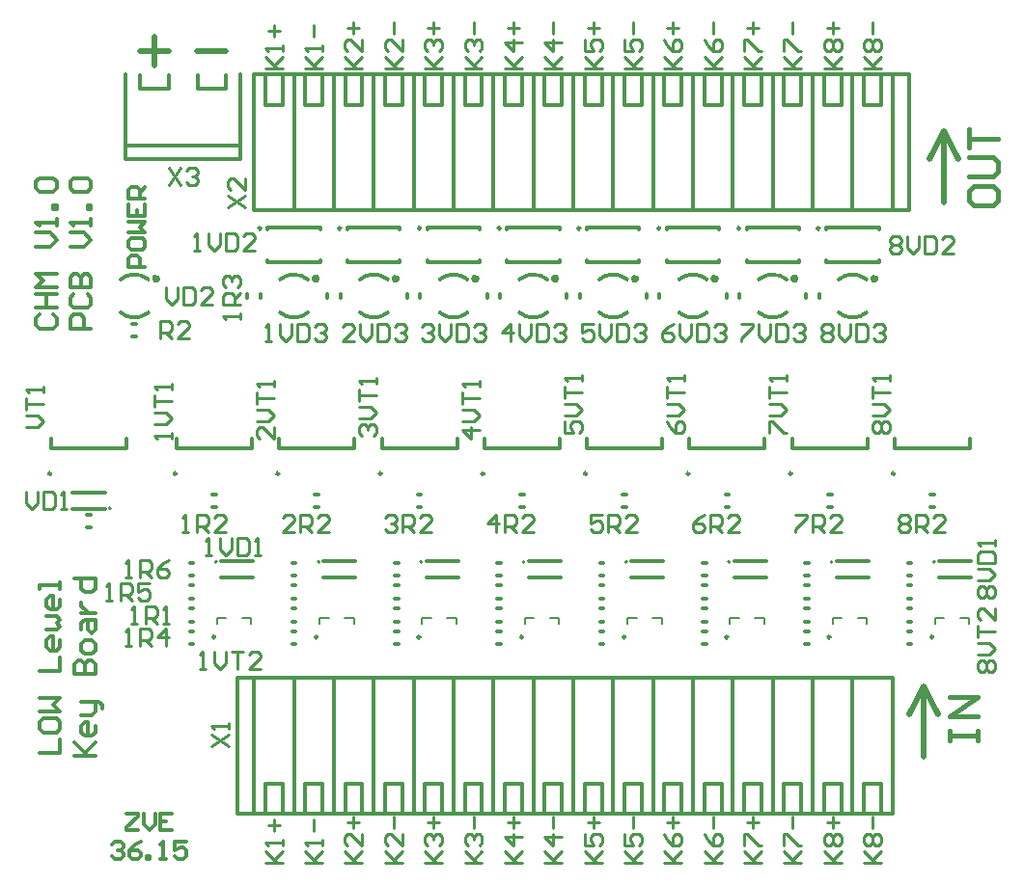
<source format=gto>
G04 Layer_Color=65535*
%FSLAX25Y25*%
%MOIN*%
G70*
G01*
G75*
%ADD10C,0.00984*%
%ADD11C,0.00787*%
%ADD12C,0.01181*%
%ADD13C,0.01969*%
%ADD14C,0.01378*%
%ADD15C,0.01000*%
%ADD16C,0.01575*%
D10*
X59823Y137402D02*
G03*
X59823Y137402I-492J0D01*
G01*
X16516D02*
G03*
X16516Y137402I-492J0D01*
G01*
X307854D02*
G03*
X307854Y137402I-492J0D01*
G01*
X272421D02*
G03*
X272421Y137402I-492J0D01*
G01*
X236988D02*
G03*
X236988Y137402I-492J0D01*
G01*
X201555D02*
G03*
X201555Y137402I-492J0D01*
G01*
X166122D02*
G03*
X166122Y137402I-492J0D01*
G01*
X130689D02*
G03*
X130689Y137402I-492J0D01*
G01*
X95256D02*
G03*
X95256Y137402I-492J0D01*
G01*
X89075Y222244D02*
G03*
X89075Y222244I-492J0D01*
G01*
X73130Y80905D02*
G03*
X73130Y80905I-492J0D01*
G01*
X116634Y222244D02*
G03*
X116634Y222244I-492J0D01*
G01*
X108563Y80905D02*
G03*
X108563Y80905I-492J0D01*
G01*
X144193Y222244D02*
G03*
X144193Y222244I-492J0D01*
G01*
X143996Y80905D02*
G03*
X143996Y80905I-492J0D01*
G01*
X171752Y222244D02*
G03*
X171752Y222244I-492J0D01*
G01*
X179429Y80905D02*
G03*
X179429Y80905I-492J0D01*
G01*
X199311Y222244D02*
G03*
X199311Y222244I-492J0D01*
G01*
X214862Y80905D02*
G03*
X214862Y80905I-492J0D01*
G01*
X226870Y222244D02*
G03*
X226870Y222244I-492J0D01*
G01*
X250295Y80905D02*
G03*
X250295Y80905I-492J0D01*
G01*
X254429Y222244D02*
G03*
X254429Y222244I-492J0D01*
G01*
X285728Y80905D02*
G03*
X285728Y80905I-492J0D01*
G01*
X281988Y222244D02*
G03*
X281988Y222244I-492J0D01*
G01*
X321161Y80905D02*
G03*
X321161Y80905I-492J0D01*
G01*
D11*
X37205Y125394D02*
G03*
X37205Y125394I-394J0D01*
G01*
X73819Y106890D02*
G03*
X73819Y106890I-394J0D01*
G01*
X109252Y106890D02*
G03*
X109252Y106890I-394J0D01*
G01*
X144685Y106890D02*
G03*
X144685Y106890I-394J0D01*
G01*
X180118Y106890D02*
G03*
X180118Y106890I-394J0D01*
G01*
X215551D02*
G03*
X215551Y106890I-394J0D01*
G01*
X250984D02*
G03*
X250984Y106890I-394J0D01*
G01*
X286417D02*
G03*
X286417Y106890I-394J0D01*
G01*
X321850Y106890D02*
G03*
X321850Y106890I-394J0D01*
G01*
X73819Y85433D02*
Y87402D01*
X76968D01*
X85630Y85433D02*
Y87402D01*
X82480D02*
X85630D01*
X109252Y85433D02*
Y87402D01*
X112402D01*
X121063Y85433D02*
Y87402D01*
X117913D02*
X121063D01*
X144685Y85433D02*
Y87402D01*
X147835D01*
X156496Y85433D02*
Y87402D01*
X153347D02*
X156496D01*
X180118Y85433D02*
Y87402D01*
X183268D01*
X191929Y85433D02*
Y87402D01*
X188779D02*
X191929D01*
X215551Y85433D02*
Y87402D01*
X218701D01*
X227362Y85433D02*
Y87402D01*
X224213D02*
X227362D01*
X250984Y85433D02*
Y87402D01*
X254134D01*
X262795Y85433D02*
Y87402D01*
X259646D02*
X262795D01*
X286417Y85433D02*
Y87402D01*
X289567D01*
X298228Y85433D02*
Y87402D01*
X295079D02*
X298228D01*
X321850Y85433D02*
Y87402D01*
X325000D01*
X333661Y85433D02*
Y87402D01*
X330512D02*
X333661D01*
D12*
X50084Y204549D02*
G03*
X40467Y204549I-4808J-5730D01*
G01*
Y193089D02*
G03*
X50084Y193089I4808J5730D01*
G01*
X53563Y204819D02*
G03*
X53563Y204819I-787J0D01*
G01*
X105202Y204549D02*
G03*
X95586Y204549I-4808J-5730D01*
G01*
Y193089D02*
G03*
X105202Y193089I4808J5730D01*
G01*
X108681Y204819D02*
G03*
X108681Y204819I-787J0D01*
G01*
X132761Y204549D02*
G03*
X123144Y204549I-4808J-5730D01*
G01*
Y193089D02*
G03*
X132761Y193089I4808J5730D01*
G01*
X136240Y204819D02*
G03*
X136240Y204819I-787J0D01*
G01*
X160320Y204549D02*
G03*
X150704Y204549I-4808J-5730D01*
G01*
Y193089D02*
G03*
X160320Y193089I4808J5730D01*
G01*
X163799Y204819D02*
G03*
X163799Y204819I-787J0D01*
G01*
X187879Y204549D02*
G03*
X178263Y204549I-4808J-5730D01*
G01*
Y193089D02*
G03*
X187879Y193089I4808J5730D01*
G01*
X191358Y204819D02*
G03*
X191358Y204819I-787J0D01*
G01*
X215438Y204549D02*
G03*
X205822Y204549I-4808J-5730D01*
G01*
Y193089D02*
G03*
X215438Y193089I4808J5730D01*
G01*
X218917Y204819D02*
G03*
X218917Y204819I-787J0D01*
G01*
X242997Y204549D02*
G03*
X233381Y204549I-4808J-5730D01*
G01*
Y193089D02*
G03*
X242997Y193089I4808J5730D01*
G01*
X246476Y204819D02*
G03*
X246476Y204819I-787J0D01*
G01*
X270556Y204549D02*
G03*
X260940Y204549I-4808J-5730D01*
G01*
Y193089D02*
G03*
X270556Y193089I4808J5730D01*
G01*
X274035Y204819D02*
G03*
X274035Y204819I-787J0D01*
G01*
X298115Y204549D02*
G03*
X288499Y204549I-4808J-5730D01*
G01*
Y193089D02*
G03*
X298115Y193089I4808J5730D01*
G01*
X301594Y204819D02*
G03*
X301594Y204819I-787J0D01*
G01*
X59842Y146063D02*
Y149409D01*
Y146063D02*
X85827D01*
Y149409D01*
X16535Y146063D02*
Y149409D01*
Y146063D02*
X42520D01*
Y149409D01*
X307874Y146063D02*
Y149409D01*
Y146063D02*
X333858D01*
Y149409D01*
X272441Y146063D02*
Y149409D01*
Y146063D02*
X298425D01*
Y149409D01*
X237008Y146063D02*
Y149409D01*
Y146063D02*
X262992D01*
Y149409D01*
X201575Y146063D02*
Y149409D01*
Y146063D02*
X227559D01*
Y149409D01*
X166142Y146063D02*
Y149409D01*
Y146063D02*
X192126D01*
Y149409D01*
X130709Y146063D02*
Y149409D01*
Y146063D02*
X156693D01*
Y149409D01*
X95276Y146063D02*
Y149409D01*
Y146063D02*
X121260D01*
Y149409D01*
X67126Y270571D02*
Y275295D01*
Y270571D02*
X76968D01*
Y275295D01*
X57185Y270571D02*
Y275295D01*
X47343Y270571D02*
X57185D01*
X47343D02*
Y275295D01*
X42323Y250984D02*
X81693D01*
X42323Y246260D02*
Y275394D01*
X81693Y246260D02*
Y275394D01*
X42323Y246260D02*
X81693D01*
X96457Y19685D02*
Y30315D01*
X90551D02*
X96457D01*
X90551Y19685D02*
Y30315D01*
X110236Y19685D02*
Y30315D01*
X104331D02*
X110236D01*
X104331Y19685D02*
Y30315D01*
X124016Y19685D02*
Y30315D01*
X118110D02*
X124016D01*
X118110Y19685D02*
Y30315D01*
X137795Y19685D02*
Y30315D01*
X131890D02*
X137795D01*
X131890Y19685D02*
Y30315D01*
X303150Y19685D02*
Y30315D01*
X297244D02*
X303150D01*
X297244Y19685D02*
Y30315D01*
X289370Y19685D02*
Y30315D01*
X283465D02*
X289370D01*
X283465Y19685D02*
Y30315D01*
X275590Y19685D02*
Y30315D01*
X269685D02*
X275590D01*
X269685Y19685D02*
Y30315D01*
X261811Y19685D02*
Y30315D01*
X255906D02*
X261811D01*
X255906Y19685D02*
Y30315D01*
X238189Y19685D02*
Y66929D01*
X224410Y19685D02*
Y66929D01*
X210630Y19685D02*
Y66929D01*
X196850Y19685D02*
Y66929D01*
X86614Y19685D02*
Y66929D01*
X80709D02*
X86614D01*
X80709Y19685D02*
Y66929D01*
Y19685D02*
X86614D01*
X307087D02*
Y66929D01*
X86614Y19685D02*
X307087D01*
X86614Y66929D02*
X307087D01*
X192913Y19685D02*
Y30315D01*
X187008D02*
X192913D01*
X187008Y19685D02*
Y30315D01*
X200787Y19685D02*
Y30315D01*
X206693D01*
Y19685D02*
Y30315D01*
X183071Y19685D02*
Y66929D01*
X169291Y19685D02*
Y66929D01*
X155512Y19685D02*
Y66929D01*
X214567Y19685D02*
Y30315D01*
X220472D01*
Y19685D02*
Y30315D01*
X228346Y19685D02*
Y30315D01*
X234252D01*
Y19685D02*
Y30315D01*
X242126Y19685D02*
Y30315D01*
X248031D01*
Y19685D02*
Y30315D01*
X173228Y19685D02*
Y30315D01*
X179134D01*
Y19685D02*
Y30315D01*
X159449Y19685D02*
Y30315D01*
X165354D01*
Y19685D02*
Y30315D01*
X145669Y19685D02*
Y30315D01*
X151575D01*
Y19685D02*
Y30315D01*
X251969Y19685D02*
Y66929D01*
X265748Y19685D02*
Y66929D01*
X279528Y19685D02*
Y66732D01*
X293307Y19685D02*
Y66929D01*
X141732Y19685D02*
Y66929D01*
X127953Y19685D02*
Y66732D01*
X114173Y19685D02*
Y66732D01*
X100394Y19685D02*
Y66732D01*
X297244Y264961D02*
Y275590D01*
Y264961D02*
X303150D01*
Y275590D01*
X283465Y264961D02*
Y275590D01*
Y264961D02*
X289370D01*
Y275590D01*
X269685Y264961D02*
Y275590D01*
Y264961D02*
X275590D01*
Y275590D01*
X255906Y264961D02*
Y275590D01*
Y264961D02*
X261811D01*
Y275590D01*
X90551Y264961D02*
Y275590D01*
Y264961D02*
X96457D01*
Y275590D01*
X104331Y264961D02*
Y275590D01*
Y264961D02*
X110236D01*
Y275590D01*
X118110Y264961D02*
Y275590D01*
Y264961D02*
X124016D01*
Y275590D01*
X131890Y264961D02*
Y275590D01*
Y264961D02*
X137795D01*
Y275590D01*
X155512Y228346D02*
Y275590D01*
X169291Y228346D02*
Y275590D01*
X183071Y228346D02*
Y275590D01*
X196850Y228346D02*
Y275590D01*
X307087Y228346D02*
Y275590D01*
Y228346D02*
X312992D01*
Y275590D01*
X307087D02*
X312992D01*
X86614Y228346D02*
Y275590D01*
X307087D01*
X86614Y228346D02*
X307087D01*
X200787Y264961D02*
Y275590D01*
Y264961D02*
X206693D01*
Y275590D01*
X192913Y264961D02*
Y275590D01*
X187008Y264961D02*
X192913D01*
X187008D02*
Y275590D01*
X210630Y228346D02*
Y275590D01*
X224410Y228346D02*
Y275590D01*
X238189Y228346D02*
Y275590D01*
X179134Y264961D02*
Y275590D01*
X173228Y264961D02*
X179134D01*
X173228D02*
Y275590D01*
X165354Y264961D02*
Y275590D01*
X159449Y264961D02*
X165354D01*
X159449D02*
Y275590D01*
X151575Y264961D02*
Y275590D01*
X145669Y264961D02*
X151575D01*
X145669D02*
Y275590D01*
X220472Y264961D02*
Y275590D01*
X214567Y264961D02*
X220472D01*
X214567D02*
Y275590D01*
X234252Y264961D02*
Y275590D01*
X228346Y264961D02*
X234252D01*
X228346D02*
Y275590D01*
X248031Y264961D02*
Y275590D01*
X242126Y264961D02*
X248031D01*
X242126D02*
Y275590D01*
X141732Y228346D02*
Y275590D01*
X127953Y228346D02*
Y275590D01*
X114173Y228543D02*
Y275590D01*
X100394Y228346D02*
Y275590D01*
X251969Y228346D02*
Y275590D01*
X265748Y228543D02*
Y275590D01*
X279528Y228543D02*
Y275590D01*
X293307Y228543D02*
Y275590D01*
X28937Y123327D02*
X30118D01*
X28937Y118799D02*
X30118D01*
X24016Y125197D02*
X35039D01*
X24016Y130709D02*
X35039D01*
X44685Y184744D02*
X45866D01*
X44685Y189272D02*
X45866D01*
X75197Y107087D02*
X86221D01*
X75197Y101575D02*
X86221D01*
X72244Y130217D02*
X73425D01*
X72244Y125689D02*
X73425D01*
X64370Y86319D02*
X65551D01*
X64370Y90847D02*
X65551D01*
X88878Y198228D02*
Y199409D01*
X84350Y198228D02*
Y199409D01*
X109449Y210630D02*
Y211221D01*
X91339Y210630D02*
Y211221D01*
X109449Y221850D02*
Y222441D01*
X91339Y221850D02*
Y222441D01*
Y210630D02*
X109449D01*
X91339Y222441D02*
X109449D01*
X64370Y78445D02*
X65551D01*
X64370Y82973D02*
X65551D01*
X64370Y98721D02*
X65551D01*
X64370Y94193D02*
X65551D01*
X64370Y106595D02*
X65551D01*
X64370Y102067D02*
X65551D01*
X110630Y107087D02*
X121653D01*
X110630Y101575D02*
X121653D01*
X107677Y130217D02*
X108858D01*
X107677Y125689D02*
X108858D01*
X99803Y86319D02*
X100984D01*
X99803Y90847D02*
X100984D01*
X116437Y198228D02*
Y199409D01*
X111909Y198228D02*
Y199409D01*
X137008Y210630D02*
Y211221D01*
X118898Y210630D02*
Y211221D01*
X137008Y221850D02*
Y222441D01*
X118898Y221850D02*
Y222441D01*
Y210630D02*
X137008D01*
X118898Y222441D02*
X137008D01*
X99803Y78445D02*
X100984D01*
X99803Y82973D02*
X100984D01*
X99803Y98721D02*
X100984D01*
X99803Y94193D02*
X100984D01*
X99803Y106595D02*
X100984D01*
X99803Y102067D02*
X100984D01*
X146063Y107087D02*
X157087D01*
X146063Y101575D02*
X157087D01*
X143110Y130217D02*
X144291D01*
X143110Y125689D02*
X144291D01*
X135236Y86319D02*
X136417D01*
X135236Y90847D02*
X136417D01*
X143996Y198228D02*
Y199409D01*
X139469Y198228D02*
Y199409D01*
X164567Y210630D02*
Y211221D01*
X146457Y210630D02*
Y211221D01*
X164567Y221850D02*
Y222441D01*
X146457Y221850D02*
Y222441D01*
Y210630D02*
X164567D01*
X146457Y222441D02*
X164567D01*
X135236Y78445D02*
X136417D01*
X135236Y82972D02*
X136417D01*
X135236Y98721D02*
X136417D01*
X135236Y94193D02*
X136417D01*
X135236Y106595D02*
X136417D01*
X135236Y102067D02*
X136417D01*
X181496Y107087D02*
X192520D01*
X181496Y101575D02*
X192520D01*
X178543Y130217D02*
X179724D01*
X178543Y125689D02*
X179724D01*
X170669Y86319D02*
X171850D01*
X170669Y90847D02*
X171850D01*
X171555Y198228D02*
Y199409D01*
X167028Y198228D02*
Y199409D01*
X192126Y210630D02*
Y211221D01*
X174016Y210630D02*
Y211221D01*
X192126Y221850D02*
Y222441D01*
X174016Y221850D02*
Y222441D01*
Y210630D02*
X192126D01*
X174016Y222441D02*
X192126D01*
X170669Y78445D02*
X171850D01*
X170669Y82973D02*
X171850D01*
X170669Y98721D02*
X171850D01*
X170669Y94193D02*
X171850D01*
X170669Y106595D02*
X171850D01*
X170669Y102067D02*
X171850D01*
X216929Y107087D02*
X227953D01*
X216929Y101575D02*
X227953D01*
X213976Y130217D02*
X215158D01*
X213976Y125689D02*
X215158D01*
X206102Y86319D02*
X207283D01*
X206102Y90847D02*
X207283D01*
X199114Y198228D02*
Y199409D01*
X194587Y198228D02*
Y199409D01*
X219685Y210630D02*
Y211221D01*
X201575Y210630D02*
Y211221D01*
X219685Y221850D02*
Y222441D01*
X201575Y221850D02*
Y222441D01*
Y210630D02*
X219685D01*
X201575Y222441D02*
X219685D01*
X206102Y78445D02*
X207283D01*
X206102Y82973D02*
X207283D01*
X206102Y98721D02*
X207283D01*
X206102Y94193D02*
X207283D01*
X206102Y106595D02*
X207283D01*
X206102Y102067D02*
X207283D01*
X252362Y107087D02*
X263386D01*
X252362Y101575D02*
X263386D01*
X249410Y130217D02*
X250590D01*
X249410Y125689D02*
X250590D01*
X241535Y86319D02*
X242717D01*
X241535Y90847D02*
X242717D01*
X226673Y198228D02*
Y199409D01*
X222146Y198228D02*
Y199409D01*
X247244Y210630D02*
Y211221D01*
X229134Y210630D02*
Y211221D01*
X247244Y221850D02*
Y222441D01*
X229134Y221850D02*
Y222441D01*
Y210630D02*
X247244D01*
X229134Y222441D02*
X247244D01*
X241535Y78445D02*
X242717D01*
X241535Y82973D02*
X242717D01*
X241535Y98721D02*
X242717D01*
X241535Y94193D02*
X242717D01*
X241535Y106595D02*
X242717D01*
X241535Y102067D02*
X242717D01*
X287795Y107087D02*
X298819D01*
X287795Y101575D02*
X298819D01*
X284842Y130217D02*
X286024D01*
X284842Y125689D02*
X286024D01*
X276969Y86319D02*
X278150D01*
X276969Y90847D02*
X278150D01*
X254232Y198228D02*
Y199409D01*
X249705Y198228D02*
Y199409D01*
X274803Y210630D02*
Y211221D01*
X256693Y210630D02*
Y211221D01*
X274803Y221850D02*
Y222441D01*
X256693Y221850D02*
Y222441D01*
Y210630D02*
X274803D01*
X256693Y222441D02*
X274803D01*
X276969Y78445D02*
X278150D01*
X276969Y82973D02*
X278150D01*
X276969Y98721D02*
X278150D01*
X276969Y94193D02*
X278150D01*
X276969Y106595D02*
X278150D01*
X276969Y102067D02*
X278150D01*
X323228Y107087D02*
X334252D01*
X323228Y101575D02*
X334252D01*
X320276Y130217D02*
X321457D01*
X320276Y125689D02*
X321457D01*
X312402Y86319D02*
X313583D01*
X312402Y90847D02*
X313583D01*
X281791Y198228D02*
Y199409D01*
X277264Y198228D02*
Y199409D01*
X302362Y210630D02*
Y211221D01*
X284252Y210630D02*
Y211221D01*
X302362Y221850D02*
Y222441D01*
X284252Y221850D02*
Y222441D01*
Y210630D02*
X302362D01*
X284252Y222441D02*
X302362D01*
X312402Y78445D02*
X313583D01*
X312402Y82972D02*
X313583D01*
X312402Y98721D02*
X313583D01*
X312402Y94193D02*
X313583D01*
X312402Y106595D02*
X313583D01*
X312402Y102067D02*
X313583D01*
X49016Y208858D02*
X43112D01*
Y211810D01*
X44096Y212794D01*
X46064D01*
X47048Y211810D01*
Y208858D01*
X43112Y217714D02*
Y215746D01*
X44096Y214762D01*
X48032D01*
X49016Y215746D01*
Y217714D01*
X48032Y218698D01*
X44096D01*
X43112Y217714D01*
Y220666D02*
X49016D01*
X47048Y222633D01*
X49016Y224601D01*
X43112D01*
Y230505D02*
Y226569D01*
X49016D01*
Y230505D01*
X46064Y226569D02*
Y228537D01*
X49016Y232473D02*
X43112D01*
Y235424D01*
X44096Y236408D01*
X46064D01*
X47048Y235424D01*
Y232473D01*
Y234440D02*
X49016Y236408D01*
X37598Y9053D02*
X38582Y10037D01*
X40550D01*
X41534Y9053D01*
Y8070D01*
X40550Y7086D01*
X39566D01*
X40550D01*
X41534Y6102D01*
Y5118D01*
X40550Y4134D01*
X38582D01*
X37598Y5118D01*
X47438Y10037D02*
X45470Y9053D01*
X43502Y7086D01*
Y5118D01*
X44486Y4134D01*
X46454D01*
X47438Y5118D01*
Y6102D01*
X46454Y7086D01*
X43502D01*
X49406Y4134D02*
Y5118D01*
X50390D01*
Y4134D01*
X49406D01*
X54325D02*
X56293D01*
X55309D01*
Y10037D01*
X54325Y9053D01*
X63181Y10037D02*
X59245D01*
Y7086D01*
X61213Y8070D01*
X62197D01*
X63181Y7086D01*
Y5118D01*
X62197Y4134D01*
X60229D01*
X59245Y5118D01*
X42518Y19956D02*
X46454D01*
Y18972D01*
X42518Y15037D01*
Y14053D01*
X46454D01*
X48422Y19956D02*
Y16021D01*
X50390Y14053D01*
X52357Y16021D01*
Y19956D01*
X58261D02*
X54325D01*
Y14053D01*
X58261D01*
X54325Y17005D02*
X56293D01*
D13*
X317913Y39370D02*
Y63976D01*
X312992Y54134D02*
X317913Y63976D01*
X322835Y54134D01*
X324803Y255906D02*
X329724Y246063D01*
X319882D02*
X324803Y255906D01*
Y231299D02*
Y255906D01*
X66929Y283465D02*
X76772D01*
X52165Y278543D02*
Y288386D01*
X47244Y283465D02*
X57087D01*
D14*
X24609Y39675D02*
X31694D01*
X29332D01*
X24609Y44398D01*
X28152Y40856D01*
X31694Y44398D01*
Y50302D02*
Y47940D01*
X30513Y46760D01*
X28152D01*
X26971Y47940D01*
Y50302D01*
X28152Y51482D01*
X29332D01*
Y46760D01*
X26971Y53844D02*
X30513D01*
X31694Y55025D01*
Y58567D01*
X32874D01*
X34055Y57386D01*
Y56205D01*
X31694Y58567D02*
X26971D01*
X24609Y68013D02*
X31694D01*
Y71555D01*
X30513Y72736D01*
X29332D01*
X28152Y71555D01*
Y68013D01*
Y71555D01*
X26971Y72736D01*
X25790D01*
X24609Y71555D01*
Y68013D01*
X31694Y76278D02*
Y78639D01*
X30513Y79820D01*
X28152D01*
X26971Y78639D01*
Y76278D01*
X28152Y75097D01*
X30513D01*
X31694Y76278D01*
X26971Y83362D02*
Y85723D01*
X28152Y86904D01*
X31694D01*
Y83362D01*
X30513Y82181D01*
X29332Y83362D01*
Y86904D01*
X26971Y89266D02*
X31694D01*
X29332D01*
X28152Y90446D01*
X26971Y91627D01*
Y92808D01*
X24609Y101073D02*
X31694D01*
Y97531D01*
X30513Y96350D01*
X28152D01*
X26971Y97531D01*
Y101073D01*
X12565Y40856D02*
X19649D01*
Y45579D01*
X12565Y51482D02*
Y49121D01*
X13746Y47940D01*
X18469D01*
X19649Y49121D01*
Y51482D01*
X18469Y52663D01*
X13746D01*
X12565Y51482D01*
Y55025D02*
X19649D01*
X17288Y57386D01*
X19649Y59747D01*
X12565D01*
Y69193D02*
X19649D01*
Y73916D01*
Y79820D02*
Y77458D01*
X18469Y76278D01*
X16107D01*
X14926Y77458D01*
Y79820D01*
X16107Y81001D01*
X17288D01*
Y76278D01*
X14926Y83362D02*
X18469D01*
X19649Y84543D01*
X18469Y85723D01*
X19649Y86904D01*
X18469Y88085D01*
X14926D01*
X19649Y93988D02*
Y91627D01*
X18469Y90446D01*
X16107D01*
X14926Y91627D01*
Y93988D01*
X16107Y95169D01*
X17288D01*
Y90446D01*
X19649Y97531D02*
Y99892D01*
Y98711D01*
X12565D01*
Y97531D01*
X30239Y187607D02*
X23155D01*
Y191149D01*
X24336Y192330D01*
X26697D01*
X27878Y191149D01*
Y187607D01*
X24336Y199414D02*
X23155Y198233D01*
Y195872D01*
X24336Y194691D01*
X29059D01*
X30239Y195872D01*
Y198233D01*
X29059Y199414D01*
X23155Y201776D02*
X30239D01*
Y205318D01*
X29059Y206498D01*
X27878D01*
X26697Y205318D01*
Y201776D01*
Y205318D01*
X25517Y206498D01*
X24336D01*
X23155Y205318D01*
Y201776D01*
Y215944D02*
X27878D01*
X30239Y218306D01*
X27878Y220667D01*
X23155D01*
X30239Y223028D02*
Y225390D01*
Y224209D01*
X23155D01*
X24336Y223028D01*
X30239Y228932D02*
X29059D01*
Y230113D01*
X30239D01*
Y228932D01*
X24336Y234836D02*
X23155Y236016D01*
Y238378D01*
X24336Y239559D01*
X29059D01*
X30239Y238378D01*
Y236016D01*
X29059Y234836D01*
X24336D01*
X12528Y192330D02*
X11347Y191149D01*
Y188788D01*
X12528Y187607D01*
X17251D01*
X18431Y188788D01*
Y191149D01*
X17251Y192330D01*
X11347Y194691D02*
X18431D01*
X14889D01*
Y199414D01*
X11347D01*
X18431D01*
Y201776D02*
X11347D01*
X13708Y204137D01*
X11347Y206498D01*
X18431D01*
X11347Y215944D02*
X16070D01*
X18431Y218306D01*
X16070Y220667D01*
X11347D01*
X18431Y223028D02*
Y225390D01*
Y224209D01*
X11347D01*
X12528Y223028D01*
X18431Y228932D02*
X17251D01*
Y230113D01*
X18431D01*
Y228932D01*
X12528Y234836D02*
X11347Y236016D01*
Y238378D01*
X12528Y239559D01*
X17251D01*
X18431Y238378D01*
Y236016D01*
X17251Y234836D01*
X12528D01*
D15*
X58071Y149606D02*
Y151606D01*
Y150606D01*
X52073D01*
X53073Y149606D01*
X52073Y154605D02*
X56072D01*
X58071Y156604D01*
X56072Y158603D01*
X52073D01*
Y160603D02*
Y164601D01*
Y162602D01*
X58071D01*
Y166601D02*
Y168600D01*
Y167601D01*
X52073D01*
X53073Y166601D01*
X77663Y229331D02*
X83661Y233329D01*
X77663D02*
X83661Y229331D01*
Y239328D02*
Y235329D01*
X79663Y239328D01*
X78663D01*
X77663Y238328D01*
Y236329D01*
X78663Y235329D01*
X57087Y243203D02*
X61085Y237205D01*
Y243203D02*
X57087Y237205D01*
X63085Y242203D02*
X64084Y243203D01*
X66084D01*
X67083Y242203D01*
Y241203D01*
X66084Y240204D01*
X65084D01*
X66084D01*
X67083Y239204D01*
Y238204D01*
X66084Y237205D01*
X64084D01*
X63085Y238204D01*
X71758Y43307D02*
X77756Y47306D01*
X71758D02*
X77756Y43307D01*
Y49305D02*
Y51305D01*
Y50305D01*
X71758D01*
X72758Y49305D01*
X7874Y130998D02*
Y126999D01*
X9873Y125000D01*
X11873Y126999D01*
Y130998D01*
X13872D02*
Y125000D01*
X16871D01*
X17871Y126000D01*
Y129998D01*
X16871Y130998D01*
X13872D01*
X19870Y125000D02*
X21869D01*
X20870D01*
Y130998D01*
X19870Y129998D01*
X7782Y153543D02*
X11780D01*
X13780Y155543D01*
X11780Y157542D01*
X7782D01*
Y159541D02*
Y163540D01*
Y161541D01*
X13780D01*
Y165539D02*
Y167539D01*
Y166539D01*
X7782D01*
X8781Y165539D01*
X54134Y184055D02*
Y190053D01*
X57133D01*
X58133Y189053D01*
Y187054D01*
X57133Y186055D01*
X54134D01*
X56133D02*
X58133Y184055D01*
X64131D02*
X60132D01*
X64131Y188054D01*
Y189053D01*
X63131Y190053D01*
X61132D01*
X60132Y189053D01*
X56102Y201864D02*
Y197865D01*
X58102Y195866D01*
X60101Y197865D01*
Y201864D01*
X62100D02*
Y195866D01*
X65100D01*
X66099Y196866D01*
Y200865D01*
X65100Y201864D01*
X62100D01*
X72097Y195866D02*
X68098D01*
X72097Y199865D01*
Y200865D01*
X71097Y201864D01*
X69098D01*
X68098Y200865D01*
X44291Y85630D02*
X46291D01*
X45291D01*
Y91628D01*
X44291Y90628D01*
X49290Y85630D02*
Y91628D01*
X52289D01*
X53288Y90628D01*
Y88629D01*
X52289Y87629D01*
X49290D01*
X51289D02*
X53288Y85630D01*
X55288D02*
X57287D01*
X56287D01*
Y91628D01*
X55288Y90628D01*
X62008Y117126D02*
X64007D01*
X63008D01*
Y123124D01*
X62008Y122124D01*
X67006Y117126D02*
Y123124D01*
X70005D01*
X71005Y122124D01*
Y120125D01*
X70005Y119125D01*
X67006D01*
X69006D02*
X71005Y117126D01*
X77003D02*
X73004D01*
X77003Y121125D01*
Y122124D01*
X76003Y123124D01*
X74004D01*
X73004Y122124D01*
X100455Y117126D02*
X96457D01*
X100455Y121125D01*
Y122124D01*
X99456Y123124D01*
X97456D01*
X96457Y122124D01*
X102455Y117126D02*
Y123124D01*
X105454D01*
X106454Y122124D01*
Y120125D01*
X105454Y119125D01*
X102455D01*
X104454D02*
X106454Y117126D01*
X112452D02*
X108453D01*
X112452Y121125D01*
Y122124D01*
X111452Y123124D01*
X109452D01*
X108453Y122124D01*
X131890D02*
X132889Y123124D01*
X134889D01*
X135889Y122124D01*
Y121125D01*
X134889Y120125D01*
X133889D01*
X134889D01*
X135889Y119125D01*
Y118126D01*
X134889Y117126D01*
X132889D01*
X131890Y118126D01*
X137888Y117126D02*
Y123124D01*
X140887D01*
X141886Y122124D01*
Y120125D01*
X140887Y119125D01*
X137888D01*
X139887D02*
X141886Y117126D01*
X147885D02*
X143886D01*
X147885Y121125D01*
Y122124D01*
X146885Y123124D01*
X144886D01*
X143886Y122124D01*
X170322Y117126D02*
Y123124D01*
X167323Y120125D01*
X171321D01*
X173321Y117126D02*
Y123124D01*
X176320D01*
X177320Y122124D01*
Y120125D01*
X176320Y119125D01*
X173321D01*
X175320D02*
X177320Y117126D01*
X183318D02*
X179319D01*
X183318Y121125D01*
Y122124D01*
X182318Y123124D01*
X180319D01*
X179319Y122124D01*
X206755Y123124D02*
X202756D01*
Y120125D01*
X204755Y121125D01*
X205755D01*
X206755Y120125D01*
Y118126D01*
X205755Y117126D01*
X203756D01*
X202756Y118126D01*
X208754Y117126D02*
Y123124D01*
X211753D01*
X212753Y122124D01*
Y120125D01*
X211753Y119125D01*
X208754D01*
X210753D02*
X212753Y117126D01*
X218751D02*
X214752D01*
X218751Y121125D01*
Y122124D01*
X217751Y123124D01*
X215752D01*
X214752Y122124D01*
X242188Y123124D02*
X240188Y122124D01*
X238189Y120125D01*
Y118126D01*
X239189Y117126D01*
X241188D01*
X242188Y118126D01*
Y119125D01*
X241188Y120125D01*
X238189D01*
X244187Y117126D02*
Y123124D01*
X247186D01*
X248186Y122124D01*
Y120125D01*
X247186Y119125D01*
X244187D01*
X246186D02*
X248186Y117126D01*
X254184D02*
X250185D01*
X254184Y121125D01*
Y122124D01*
X253184Y123124D01*
X251185D01*
X250185Y122124D01*
X273622Y123124D02*
X277621D01*
Y122124D01*
X273622Y118126D01*
Y117126D01*
X279620D02*
Y123124D01*
X282619D01*
X283619Y122124D01*
Y120125D01*
X282619Y119125D01*
X279620D01*
X281620D02*
X283619Y117126D01*
X289617D02*
X285618D01*
X289617Y121125D01*
Y122124D01*
X288617Y123124D01*
X286618D01*
X285618Y122124D01*
X309055D02*
X310055Y123124D01*
X312054D01*
X313054Y122124D01*
Y121125D01*
X312054Y120125D01*
X313054Y119125D01*
Y118126D01*
X312054Y117126D01*
X310055D01*
X309055Y118126D01*
Y119125D01*
X310055Y120125D01*
X309055Y121125D01*
Y122124D01*
X310055Y120125D02*
X312054D01*
X315053Y117126D02*
Y123124D01*
X318052D01*
X319052Y122124D01*
Y120125D01*
X318052Y119125D01*
X315053D01*
X317053D02*
X319052Y117126D01*
X325050D02*
X321051D01*
X325050Y121125D01*
Y122124D01*
X324050Y123124D01*
X322051D01*
X321051Y122124D01*
X81693Y190945D02*
Y192944D01*
Y191945D01*
X75695D01*
X76695Y190945D01*
X81693Y195943D02*
X75695D01*
Y198942D01*
X76695Y199942D01*
X78694D01*
X79694Y198942D01*
Y195943D01*
Y197943D02*
X81693Y199942D01*
X76695Y201941D02*
X75695Y202941D01*
Y204940D01*
X76695Y205940D01*
X77694D01*
X78694Y204940D01*
Y203941D01*
Y204940D01*
X79694Y205940D01*
X80693D01*
X81693Y204940D01*
Y202941D01*
X80693Y201941D01*
X42323Y77756D02*
X44322D01*
X43323D01*
Y83754D01*
X42323Y82754D01*
X47321Y77756D02*
Y83754D01*
X50320D01*
X51320Y82754D01*
Y80755D01*
X50320Y79755D01*
X47321D01*
X49321D02*
X51320Y77756D01*
X56318D02*
Y83754D01*
X53319Y80755D01*
X57318D01*
X35433Y93504D02*
X37432D01*
X36433D01*
Y99502D01*
X35433Y98502D01*
X40431Y93504D02*
Y99502D01*
X43431D01*
X44430Y98502D01*
Y96503D01*
X43431Y95503D01*
X40431D01*
X42431D02*
X44430Y93504D01*
X50428Y99502D02*
X46429D01*
Y96503D01*
X48429Y97503D01*
X49428D01*
X50428Y96503D01*
Y94504D01*
X49428Y93504D01*
X47429D01*
X46429Y94504D01*
X42323Y101378D02*
X44322D01*
X43323D01*
Y107376D01*
X42323Y106376D01*
X47321Y101378D02*
Y107376D01*
X50320D01*
X51320Y106376D01*
Y104377D01*
X50320Y103377D01*
X47321D01*
X49321D02*
X51320Y101378D01*
X57318Y107376D02*
X55319Y106376D01*
X53319Y104377D01*
Y102378D01*
X54319Y101378D01*
X56318D01*
X57318Y102378D01*
Y103377D01*
X56318Y104377D01*
X53319D01*
X69882Y109252D02*
X71881D01*
X70882D01*
Y115250D01*
X69882Y114250D01*
X74880Y115250D02*
Y111251D01*
X76880Y109252D01*
X78879Y111251D01*
Y115250D01*
X80878D02*
Y109252D01*
X83877D01*
X84877Y110252D01*
Y114250D01*
X83877Y115250D01*
X80878D01*
X86876Y109252D02*
X88876D01*
X87876D01*
Y115250D01*
X86876Y114250D01*
X337521Y94488D02*
X336522Y95488D01*
Y97487D01*
X337521Y98487D01*
X338521D01*
X339521Y97487D01*
X340520Y98487D01*
X341520D01*
X342520Y97487D01*
Y95488D01*
X341520Y94488D01*
X340520D01*
X339521Y95488D01*
X338521Y94488D01*
X337521D01*
X339521Y95488D02*
Y97487D01*
X336522Y100486D02*
X340520D01*
X342520Y102486D01*
X340520Y104485D01*
X336522D01*
Y106484D02*
X342520D01*
Y109483D01*
X341520Y110483D01*
X337521D01*
X336522Y109483D01*
Y106484D01*
X342520Y112482D02*
Y114482D01*
Y113482D01*
X336522D01*
X337521Y112482D01*
X65945Y214567D02*
X67944D01*
X66945D01*
Y220565D01*
X65945Y219565D01*
X70943Y220565D02*
Y216566D01*
X72943Y214567D01*
X74942Y216566D01*
Y220565D01*
X76941D02*
Y214567D01*
X79940D01*
X80940Y215567D01*
Y219565D01*
X79940Y220565D01*
X76941D01*
X86938Y214567D02*
X82939D01*
X86938Y218566D01*
Y219565D01*
X85938Y220565D01*
X83939D01*
X82939Y219565D01*
X306102Y218581D02*
X307102Y219581D01*
X309101D01*
X310101Y218581D01*
Y217581D01*
X309101Y216582D01*
X310101Y215582D01*
Y214582D01*
X309101Y213583D01*
X307102D01*
X306102Y214582D01*
Y215582D01*
X307102Y216582D01*
X306102Y217581D01*
Y218581D01*
X307102Y216582D02*
X309101D01*
X312100Y219581D02*
Y215582D01*
X314100Y213583D01*
X316099Y215582D01*
Y219581D01*
X318098D02*
Y213583D01*
X321097D01*
X322097Y214582D01*
Y218581D01*
X321097Y219581D01*
X318098D01*
X328095Y213583D02*
X324096D01*
X328095Y217581D01*
Y218581D01*
X327096Y219581D01*
X325096D01*
X324096Y218581D01*
X90551Y183071D02*
X92550D01*
X91551D01*
Y189069D01*
X90551Y188069D01*
X95550Y189069D02*
Y185070D01*
X97549Y183071D01*
X99548Y185070D01*
Y189069D01*
X101548D02*
Y183071D01*
X104547D01*
X105546Y184071D01*
Y188069D01*
X104547Y189069D01*
X101548D01*
X107546Y188069D02*
X108545Y189069D01*
X110545D01*
X111544Y188069D01*
Y187070D01*
X110545Y186070D01*
X109545D01*
X110545D01*
X111544Y185070D01*
Y184071D01*
X110545Y183071D01*
X108545D01*
X107546Y184071D01*
X121125Y183071D02*
X117126D01*
X121125Y187070D01*
Y188069D01*
X120125Y189069D01*
X118126D01*
X117126Y188069D01*
X123124Y189069D02*
Y185070D01*
X125123Y183071D01*
X127123Y185070D01*
Y189069D01*
X129122D02*
Y183071D01*
X132121D01*
X133121Y184071D01*
Y188069D01*
X132121Y189069D01*
X129122D01*
X135120Y188069D02*
X136120Y189069D01*
X138119D01*
X139119Y188069D01*
Y187070D01*
X138119Y186070D01*
X137119D01*
X138119D01*
X139119Y185070D01*
Y184071D01*
X138119Y183071D01*
X136120D01*
X135120Y184071D01*
X144685Y188069D02*
X145685Y189069D01*
X147684D01*
X148684Y188069D01*
Y187070D01*
X147684Y186070D01*
X146684D01*
X147684D01*
X148684Y185070D01*
Y184071D01*
X147684Y183071D01*
X145685D01*
X144685Y184071D01*
X150683Y189069D02*
Y185070D01*
X152682Y183071D01*
X154682Y185070D01*
Y189069D01*
X156681D02*
Y183071D01*
X159680D01*
X160680Y184071D01*
Y188069D01*
X159680Y189069D01*
X156681D01*
X162679Y188069D02*
X163679Y189069D01*
X165678D01*
X166678Y188069D01*
Y187070D01*
X165678Y186070D01*
X164679D01*
X165678D01*
X166678Y185070D01*
Y184071D01*
X165678Y183071D01*
X163679D01*
X162679Y184071D01*
X175243Y183071D02*
Y189069D01*
X172244Y186070D01*
X176243D01*
X178242Y189069D02*
Y185070D01*
X180242Y183071D01*
X182241Y185070D01*
Y189069D01*
X184240D02*
Y183071D01*
X187239D01*
X188239Y184071D01*
Y188069D01*
X187239Y189069D01*
X184240D01*
X190238Y188069D02*
X191238Y189069D01*
X193237D01*
X194237Y188069D01*
Y187070D01*
X193237Y186070D01*
X192238D01*
X193237D01*
X194237Y185070D01*
Y184071D01*
X193237Y183071D01*
X191238D01*
X190238Y184071D01*
X203802Y189069D02*
X199803D01*
Y186070D01*
X201802Y187070D01*
X202802D01*
X203802Y186070D01*
Y184071D01*
X202802Y183071D01*
X200803D01*
X199803Y184071D01*
X205801Y189069D02*
Y185070D01*
X207801Y183071D01*
X209800Y185070D01*
Y189069D01*
X211799D02*
Y183071D01*
X214798D01*
X215798Y184071D01*
Y188069D01*
X214798Y189069D01*
X211799D01*
X217797Y188069D02*
X218797Y189069D01*
X220796D01*
X221796Y188069D01*
Y187070D01*
X220796Y186070D01*
X219797D01*
X220796D01*
X221796Y185070D01*
Y184071D01*
X220796Y183071D01*
X218797D01*
X217797Y184071D01*
X231361Y189069D02*
X229362Y188069D01*
X227362Y186070D01*
Y184071D01*
X228362Y183071D01*
X230361D01*
X231361Y184071D01*
Y185070D01*
X230361Y186070D01*
X227362D01*
X233360Y189069D02*
Y185070D01*
X235360Y183071D01*
X237359Y185070D01*
Y189069D01*
X239358D02*
Y183071D01*
X242357D01*
X243357Y184071D01*
Y188069D01*
X242357Y189069D01*
X239358D01*
X245356Y188069D02*
X246356Y189069D01*
X248355D01*
X249355Y188069D01*
Y187070D01*
X248355Y186070D01*
X247356D01*
X248355D01*
X249355Y185070D01*
Y184071D01*
X248355Y183071D01*
X246356D01*
X245356Y184071D01*
X254921Y189069D02*
X258920D01*
Y188069D01*
X254921Y184071D01*
Y183071D01*
X260919Y189069D02*
Y185070D01*
X262919Y183071D01*
X264918Y185070D01*
Y189069D01*
X266917D02*
Y183071D01*
X269916D01*
X270916Y184071D01*
Y188069D01*
X269916Y189069D01*
X266917D01*
X272915Y188069D02*
X273915Y189069D01*
X275915D01*
X276914Y188069D01*
Y187070D01*
X275915Y186070D01*
X274915D01*
X275915D01*
X276914Y185070D01*
Y184071D01*
X275915Y183071D01*
X273915D01*
X272915Y184071D01*
X282480Y188069D02*
X283480Y189069D01*
X285479D01*
X286479Y188069D01*
Y187070D01*
X285479Y186070D01*
X286479Y185070D01*
Y184071D01*
X285479Y183071D01*
X283480D01*
X282480Y184071D01*
Y185070D01*
X283480Y186070D01*
X282480Y187070D01*
Y188069D01*
X283480Y186070D02*
X285479D01*
X288478Y189069D02*
Y185070D01*
X290478Y183071D01*
X292477Y185070D01*
Y189069D01*
X294476D02*
Y183071D01*
X297476D01*
X298475Y184071D01*
Y188069D01*
X297476Y189069D01*
X294476D01*
X300475Y188069D02*
X301474Y189069D01*
X303473D01*
X304473Y188069D01*
Y187070D01*
X303473Y186070D01*
X302474D01*
X303473D01*
X304473Y185070D01*
Y184071D01*
X303473Y183071D01*
X301474D01*
X300475Y184071D01*
X93504Y153605D02*
Y149606D01*
X89505Y153605D01*
X88506D01*
X87506Y152605D01*
Y150606D01*
X88506Y149606D01*
X87506Y155604D02*
X91505D01*
X93504Y157604D01*
X91505Y159603D01*
X87506D01*
Y161602D02*
Y165601D01*
Y163602D01*
X93504D01*
Y167601D02*
Y169600D01*
Y168600D01*
X87506D01*
X88506Y167601D01*
X123939Y150591D02*
X122939Y151590D01*
Y153590D01*
X123939Y154589D01*
X124938D01*
X125938Y153590D01*
Y152590D01*
Y153590D01*
X126938Y154589D01*
X127937D01*
X128937Y153590D01*
Y151590D01*
X127937Y150591D01*
X122939Y156589D02*
X126938D01*
X128937Y158588D01*
X126938Y160587D01*
X122939D01*
Y162587D02*
Y166585D01*
Y164586D01*
X128937D01*
Y168585D02*
Y170584D01*
Y169584D01*
X122939D01*
X123939Y168585D01*
X164370Y152605D02*
X158372D01*
X161371Y149606D01*
Y153605D01*
X158372Y155604D02*
X162371D01*
X164370Y157604D01*
X162371Y159603D01*
X158372D01*
Y161602D02*
Y165601D01*
Y163602D01*
X164370D01*
Y167601D02*
Y169600D01*
Y168600D01*
X158372D01*
X159372Y167601D01*
X193805Y155573D02*
Y151575D01*
X196804D01*
X195804Y153574D01*
Y154574D01*
X196804Y155573D01*
X198803D01*
X199803Y154574D01*
Y152575D01*
X198803Y151575D01*
X193805Y157573D02*
X197804D01*
X199803Y159572D01*
X197804Y161572D01*
X193805D01*
Y163571D02*
Y167570D01*
Y165570D01*
X199803D01*
Y169569D02*
Y171568D01*
Y170569D01*
X193805D01*
X194805Y169569D01*
X229238Y155573D02*
X230238Y153574D01*
X232237Y151575D01*
X234237D01*
X235236Y152575D01*
Y154574D01*
X234237Y155573D01*
X233237D01*
X232237Y154574D01*
Y151575D01*
X229238Y157573D02*
X233237D01*
X235236Y159572D01*
X233237Y161572D01*
X229238D01*
Y163571D02*
Y167570D01*
Y165570D01*
X235236D01*
Y169569D02*
Y171568D01*
Y170569D01*
X229238D01*
X230238Y169569D01*
X264671Y151575D02*
Y155573D01*
X265671D01*
X269670Y151575D01*
X270669D01*
X264671Y157573D02*
X268670D01*
X270669Y159572D01*
X268670Y161572D01*
X264671D01*
Y163571D02*
Y167570D01*
Y165570D01*
X270669D01*
Y169569D02*
Y171568D01*
Y170569D01*
X264671D01*
X265671Y169569D01*
X301104Y151575D02*
X300104Y152575D01*
Y154574D01*
X301104Y155573D01*
X302104D01*
X303103Y154574D01*
X304103Y155573D01*
X305103D01*
X306102Y154574D01*
Y152575D01*
X305103Y151575D01*
X304103D01*
X303103Y152575D01*
X302104Y151575D01*
X301104D01*
X303103Y152575D02*
Y154574D01*
X300104Y157573D02*
X304103D01*
X306102Y159572D01*
X304103Y161572D01*
X300104D01*
Y163571D02*
Y167570D01*
Y165570D01*
X306102D01*
Y169569D02*
Y171568D01*
Y170569D01*
X300104D01*
X301104Y169569D01*
X67913Y69882D02*
X69913D01*
X68913D01*
Y75880D01*
X67913Y74880D01*
X72912Y75880D02*
Y71881D01*
X74911Y69882D01*
X76911Y71881D01*
Y75880D01*
X78910D02*
X82908D01*
X80909D01*
Y69882D01*
X88907D02*
X84908D01*
X88907Y73881D01*
Y74880D01*
X87907Y75880D01*
X85908D01*
X84908Y74880D01*
X337521Y68898D02*
X336522Y69897D01*
Y71897D01*
X337521Y72896D01*
X338521D01*
X339521Y71897D01*
X340520Y72896D01*
X341520D01*
X342520Y71897D01*
Y69897D01*
X341520Y68898D01*
X340520D01*
X339521Y69897D01*
X338521Y68898D01*
X337521D01*
X339521Y69897D02*
Y71897D01*
X336522Y74896D02*
X340520D01*
X342520Y76895D01*
X340520Y78894D01*
X336522D01*
Y80894D02*
Y84892D01*
Y82893D01*
X342520D01*
Y90891D02*
Y86892D01*
X338521Y90891D01*
X337521D01*
X336522Y89891D01*
Y87892D01*
X337521Y86892D01*
X90459Y2953D02*
X96457D01*
X94457D01*
X90459Y6951D01*
X93458Y3952D01*
X96457Y6951D01*
Y8951D02*
Y10950D01*
Y9950D01*
X90459D01*
X91458Y8951D01*
X93458Y13949D02*
Y17948D01*
X91458Y15949D02*
X95457D01*
X104238Y2953D02*
X110236D01*
X108237D01*
X104238Y6951D01*
X107237Y3952D01*
X110236Y6951D01*
Y8951D02*
Y10950D01*
Y9950D01*
X104238D01*
X105238Y8951D01*
X107237Y13949D02*
Y17948D01*
X131797Y2953D02*
X137795D01*
X135796D01*
X131797Y6951D01*
X134796Y3952D01*
X137795Y6951D01*
Y12949D02*
Y8951D01*
X133797Y12949D01*
X132797D01*
X131797Y11950D01*
Y9950D01*
X132797Y8951D01*
X134796Y14949D02*
Y18948D01*
X118018Y2953D02*
X124016D01*
X122016D01*
X118018Y6951D01*
X121017Y3952D01*
X124016Y6951D01*
Y12949D02*
Y8951D01*
X120017Y12949D01*
X119017D01*
X118018Y11950D01*
Y9950D01*
X119017Y8951D01*
X121017Y14949D02*
Y18948D01*
X119017Y16948D02*
X123016D01*
X159356Y2953D02*
X165354D01*
X163355D01*
X159356Y6951D01*
X162355Y3952D01*
X165354Y6951D01*
X160356Y8951D02*
X159356Y9950D01*
Y11950D01*
X160356Y12949D01*
X161356D01*
X162355Y11950D01*
Y10950D01*
Y11950D01*
X163355Y12949D01*
X164355D01*
X165354Y11950D01*
Y9950D01*
X164355Y8951D01*
X162355Y14949D02*
Y18948D01*
X145577Y2953D02*
X151575D01*
X149575D01*
X145577Y6951D01*
X148576Y3952D01*
X151575Y6951D01*
X146576Y8951D02*
X145577Y9950D01*
Y11950D01*
X146576Y12949D01*
X147576D01*
X148576Y11950D01*
Y10950D01*
Y11950D01*
X149575Y12949D01*
X150575D01*
X151575Y11950D01*
Y9950D01*
X150575Y8951D01*
X148576Y14949D02*
Y18948D01*
X146576Y16948D02*
X150575D01*
X186915Y2953D02*
X192913D01*
X190914D01*
X186915Y6951D01*
X189914Y3952D01*
X192913Y6951D01*
Y11950D02*
X186915D01*
X189914Y8951D01*
Y12949D01*
Y14949D02*
Y18948D01*
X173136Y2953D02*
X179134D01*
X177135D01*
X173136Y6951D01*
X176135Y3952D01*
X179134Y6951D01*
Y11950D02*
X173136D01*
X176135Y8951D01*
Y12949D01*
Y14949D02*
Y18948D01*
X174135Y16948D02*
X178134D01*
X214474Y2953D02*
X220472D01*
X218473D01*
X214474Y6951D01*
X217473Y3952D01*
X220472Y6951D01*
X214474Y12949D02*
Y8951D01*
X217473D01*
X216474Y10950D01*
Y11950D01*
X217473Y12949D01*
X219473D01*
X220472Y11950D01*
Y9950D01*
X219473Y8951D01*
X217473Y14949D02*
Y18948D01*
X200695Y2953D02*
X206693D01*
X204694D01*
X200695Y6951D01*
X203694Y3952D01*
X206693Y6951D01*
X200695Y12949D02*
Y8951D01*
X203694D01*
X202694Y10950D01*
Y11950D01*
X203694Y12949D01*
X205693D01*
X206693Y11950D01*
Y9950D01*
X205693Y8951D01*
X203694Y14949D02*
Y18948D01*
X201694Y16948D02*
X205693D01*
X242033Y2953D02*
X248031D01*
X246032D01*
X242033Y6951D01*
X245033Y3952D01*
X248031Y6951D01*
X242033Y12949D02*
X243033Y10950D01*
X245033Y8951D01*
X247032D01*
X248031Y9950D01*
Y11950D01*
X247032Y12949D01*
X246032D01*
X245033Y11950D01*
Y8951D01*
Y14949D02*
Y18948D01*
X228254Y2953D02*
X234252D01*
X232253D01*
X228254Y6951D01*
X231253Y3952D01*
X234252Y6951D01*
X228254Y12949D02*
X229254Y10950D01*
X231253Y8951D01*
X233252D01*
X234252Y9950D01*
Y11950D01*
X233252Y12949D01*
X232253D01*
X231253Y11950D01*
Y8951D01*
Y14949D02*
Y18948D01*
X229254Y16948D02*
X233252D01*
X269592Y2953D02*
X275590D01*
X273591D01*
X269592Y6951D01*
X272591Y3952D01*
X275590Y6951D01*
X269592Y8951D02*
Y12949D01*
X270592D01*
X274591Y8951D01*
X275590D01*
X272591Y14949D02*
Y18948D01*
X255813Y2953D02*
X261811D01*
X259812D01*
X255813Y6951D01*
X258812Y3952D01*
X261811Y6951D01*
X255813Y8951D02*
Y12949D01*
X256813D01*
X260811Y8951D01*
X261811D01*
X258812Y14949D02*
Y18948D01*
X256813Y16948D02*
X260811D01*
X297151Y2953D02*
X303150D01*
X301150D01*
X297151Y6951D01*
X300151Y3952D01*
X303150Y6951D01*
X298151Y8951D02*
X297151Y9950D01*
Y11950D01*
X298151Y12949D01*
X299151D01*
X300151Y11950D01*
X301150Y12949D01*
X302150D01*
X303150Y11950D01*
Y9950D01*
X302150Y8951D01*
X301150D01*
X300151Y9950D01*
X299151Y8951D01*
X298151D01*
X300151Y9950D02*
Y11950D01*
Y14949D02*
Y18948D01*
X283372Y2953D02*
X289370D01*
X287371D01*
X283372Y6951D01*
X286371Y3952D01*
X289370Y6951D01*
X284372Y8951D02*
X283372Y9950D01*
Y11950D01*
X284372Y12949D01*
X285371D01*
X286371Y11950D01*
X287371Y12949D01*
X288370D01*
X289370Y11950D01*
Y9950D01*
X288370Y8951D01*
X287371D01*
X286371Y9950D01*
X285371Y8951D01*
X284372D01*
X286371Y9950D02*
Y11950D01*
Y14949D02*
Y18948D01*
X284372Y16948D02*
X288370D01*
X283372Y277559D02*
X289370D01*
X287371D01*
X283372Y281558D01*
X286371Y278559D01*
X289370Y281558D01*
X284372Y283557D02*
X283372Y284557D01*
Y286556D01*
X284372Y287556D01*
X285371D01*
X286371Y286556D01*
X287371Y287556D01*
X288370D01*
X289370Y286556D01*
Y284557D01*
X288370Y283557D01*
X287371D01*
X286371Y284557D01*
X285371Y283557D01*
X284372D01*
X286371Y284557D02*
Y286556D01*
Y289555D02*
Y293554D01*
X284372Y291554D02*
X288370D01*
X297151Y277559D02*
X303150D01*
X301150D01*
X297151Y281558D01*
X300151Y278559D01*
X303150Y281558D01*
X298151Y283557D02*
X297151Y284557D01*
Y286556D01*
X298151Y287556D01*
X299151D01*
X300151Y286556D01*
X301150Y287556D01*
X302150D01*
X303150Y286556D01*
Y284557D01*
X302150Y283557D01*
X301150D01*
X300151Y284557D01*
X299151Y283557D01*
X298151D01*
X300151Y284557D02*
Y286556D01*
Y289555D02*
Y293554D01*
X255813Y277559D02*
X261811D01*
X259812D01*
X255813Y281558D01*
X258812Y278559D01*
X261811Y281558D01*
X255813Y283557D02*
Y287556D01*
X256813D01*
X260811Y283557D01*
X261811D01*
X258812Y289555D02*
Y293554D01*
X256813Y291554D02*
X260811D01*
X269592Y277559D02*
X275590D01*
X273591D01*
X269592Y281558D01*
X272591Y278559D01*
X275590Y281558D01*
X269592Y283557D02*
Y287556D01*
X270592D01*
X274591Y283557D01*
X275590D01*
X272591Y289555D02*
Y293554D01*
X228254Y277559D02*
X234252D01*
X232253D01*
X228254Y281558D01*
X231253Y278559D01*
X234252Y281558D01*
X228254Y287556D02*
X229254Y285557D01*
X231253Y283557D01*
X233252D01*
X234252Y284557D01*
Y286556D01*
X233252Y287556D01*
X232253D01*
X231253Y286556D01*
Y283557D01*
Y289555D02*
Y293554D01*
X229254Y291554D02*
X233252D01*
X242033Y277559D02*
X248031D01*
X246032D01*
X242033Y281558D01*
X245033Y278559D01*
X248031Y281558D01*
X242033Y287556D02*
X243033Y285557D01*
X245033Y283557D01*
X247032D01*
X248031Y284557D01*
Y286556D01*
X247032Y287556D01*
X246032D01*
X245033Y286556D01*
Y283557D01*
Y289555D02*
Y293554D01*
X200695Y277559D02*
X206693D01*
X204694D01*
X200695Y281558D01*
X203694Y278559D01*
X206693Y281558D01*
X200695Y287556D02*
Y283557D01*
X203694D01*
X202694Y285557D01*
Y286556D01*
X203694Y287556D01*
X205693D01*
X206693Y286556D01*
Y284557D01*
X205693Y283557D01*
X203694Y289555D02*
Y293554D01*
X201694Y291554D02*
X205693D01*
X214474Y277559D02*
X220472D01*
X218473D01*
X214474Y281558D01*
X217473Y278559D01*
X220472Y281558D01*
X214474Y287556D02*
Y283557D01*
X217473D01*
X216474Y285557D01*
Y286556D01*
X217473Y287556D01*
X219473D01*
X220472Y286556D01*
Y284557D01*
X219473Y283557D01*
X217473Y289555D02*
Y293554D01*
X173136Y277559D02*
X179134D01*
X177135D01*
X173136Y281558D01*
X176135Y278559D01*
X179134Y281558D01*
Y286556D02*
X173136D01*
X176135Y283557D01*
Y287556D01*
Y289555D02*
Y293554D01*
X174135Y291554D02*
X178134D01*
X186915Y277559D02*
X192913D01*
X190914D01*
X186915Y281558D01*
X189914Y278559D01*
X192913Y281558D01*
Y286556D02*
X186915D01*
X189914Y283557D01*
Y287556D01*
Y289555D02*
Y293554D01*
X145577Y277559D02*
X151575D01*
X149575D01*
X145577Y281558D01*
X148576Y278559D01*
X151575Y281558D01*
X146576Y283557D02*
X145577Y284557D01*
Y286556D01*
X146576Y287556D01*
X147576D01*
X148576Y286556D01*
Y285557D01*
Y286556D01*
X149575Y287556D01*
X150575D01*
X151575Y286556D01*
Y284557D01*
X150575Y283557D01*
X148576Y289555D02*
Y293554D01*
X146576Y291554D02*
X150575D01*
X159356Y277559D02*
X165354D01*
X163355D01*
X159356Y281558D01*
X162355Y278559D01*
X165354Y281558D01*
X160356Y283557D02*
X159356Y284557D01*
Y286556D01*
X160356Y287556D01*
X161356D01*
X162355Y286556D01*
Y285557D01*
Y286556D01*
X163355Y287556D01*
X164355D01*
X165354Y286556D01*
Y284557D01*
X164355Y283557D01*
X162355Y289555D02*
Y293554D01*
X118018Y277559D02*
X124016D01*
X122016D01*
X118018Y281558D01*
X121017Y278559D01*
X124016Y281558D01*
Y287556D02*
Y283557D01*
X120017Y287556D01*
X119017D01*
X118018Y286556D01*
Y284557D01*
X119017Y283557D01*
X121017Y289555D02*
Y293554D01*
X119017Y291554D02*
X123016D01*
X131797Y277559D02*
X137795D01*
X135796D01*
X131797Y281558D01*
X134796Y278559D01*
X137795Y281558D01*
Y287556D02*
Y283557D01*
X133797Y287556D01*
X132797D01*
X131797Y286556D01*
Y284557D01*
X132797Y283557D01*
X134796Y289555D02*
Y293554D01*
X104238Y277559D02*
X110236D01*
X108237D01*
X104238Y281558D01*
X107237Y278559D01*
X110236Y281558D01*
Y283557D02*
Y285557D01*
Y284557D01*
X104238D01*
X105238Y283557D01*
X107237Y288556D02*
Y292554D01*
X90459Y277559D02*
X96457D01*
X94457D01*
X90459Y281558D01*
X93458Y278559D01*
X96457Y281558D01*
Y283557D02*
Y285557D01*
Y284557D01*
X90459D01*
X91458Y283557D01*
X93458Y288556D02*
Y292554D01*
X91458Y290555D02*
X95457D01*
D16*
X326775Y45276D02*
Y48555D01*
Y46916D01*
X336614D01*
Y45276D01*
Y48555D01*
Y53475D02*
X326775D01*
X336614Y60035D01*
X326775D01*
X333665Y235235D02*
Y231955D01*
X335304Y230315D01*
X341864D01*
X343504Y231955D01*
Y235235D01*
X341864Y236875D01*
X335304D01*
X333665Y235235D01*
Y240154D02*
X341864D01*
X343504Y241794D01*
Y245074D01*
X341864Y246714D01*
X333665D01*
Y249994D02*
Y256553D01*
Y253273D01*
X343504D01*
M02*

</source>
